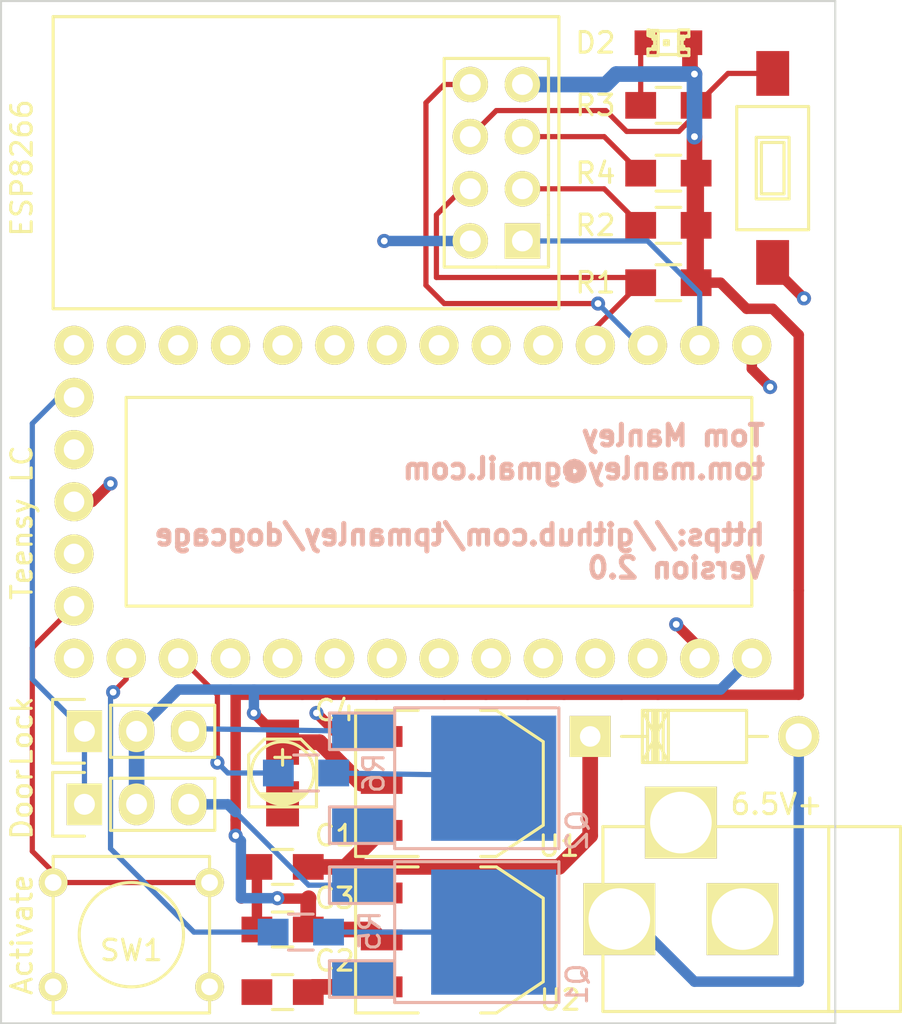
<source format=kicad_pcb>
(kicad_pcb (version 4) (host pcbnew "(2015-05-10 BZR 5649)-product")

  (general
    (links 49)
    (no_connects 15)
    (area 155.19281 124.351 201.577621 175.310001)
    (thickness 1.6)
    (drawings 5)
    (tracks 154)
    (zones 0)
    (modules 23)
    (nets 21)
  )

  (page USLedger)
  (title_block
    (title "Dog Cage")
    (rev A)
    (company "Thomas Manley")
  )

  (layers
    (0 F.Cu signal)
    (31 B.Cu signal)
    (36 B.SilkS user)
    (37 F.SilkS user)
    (38 B.Mask user)
    (39 F.Mask user)
    (44 Edge.Cuts user)
  )

  (setup
    (last_trace_width 0.508)
    (user_trace_width 0.254)
    (user_trace_width 0.508)
    (trace_clearance 0.2)
    (zone_clearance 0.508)
    (zone_45_only no)
    (trace_min 0.1524)
    (segment_width 0.2)
    (edge_width 0.1)
    (via_size 0.6858)
    (via_drill 0.3302)
    (via_min_size 0.6858)
    (via_min_drill 0.3302)
    (uvia_size 0.508)
    (uvia_drill 0.127)
    (uvias_allowed no)
    (uvia_min_size 0.508)
    (uvia_min_drill 0.127)
    (pcb_text_width 0.3)
    (pcb_text_size 1.5 1.5)
    (mod_edge_width 0.15)
    (mod_text_size 1 1)
    (mod_text_width 0.15)
    (pad_size 6.096 6.096)
    (pad_drill 0)
    (pad_to_mask_clearance 0)
    (aux_axis_origin 0 0)
    (visible_elements FFFF7B3F)
    (pcbplotparams
      (layerselection 0x010f0_80000001)
      (usegerberextensions true)
      (excludeedgelayer true)
      (linewidth 0.100000)
      (plotframeref false)
      (viasonmask false)
      (mode 1)
      (useauxorigin false)
      (hpglpennumber 1)
      (hpglpenspeed 20)
      (hpglpendiameter 15)
      (hpglpenoverlay 2)
      (psnegative false)
      (psa4output false)
      (plotreference true)
      (plotvalue true)
      (plotinvisibletext false)
      (padsonsilk false)
      (subtractmaskfromsilk false)
      (outputformat 1)
      (mirror false)
      (drillshape 0)
      (scaleselection 1)
      (outputdirectory gerbers/))
  )

  (net 0 "")
  (net 1 +5V)
  (net 2 GND)
  (net 3 +3V3)
  (net 4 "Net-(CON1-Pad1)")
  (net 5 "Net-(P2-Pad3)")
  (net 6 VCC)
  (net 7 "Net-(D2-Pad1)")
  (net 8 /D175V)
  (net 9 "Net-(P1-Pad3)")
  (net 10 /D2)
  (net 11 "Net-(R2-Pad2)")
  (net 12 "Net-(R3-Pad2)")
  (net 13 "Net-(R4-Pad2)")
  (net 14 /RX1)
  (net 15 /TX1)
  (net 16 "Net-(Q1-Pad2)")
  (net 17 "Net-(Q2-Pad2)")
  (net 18 /D14)
  (net 19 /D15)
  (net 20 "Net-(SW1-Pad2)")

  (net_class Default "This is the default net class."
    (clearance 0.2)
    (trace_width 0.254)
    (via_dia 0.6858)
    (via_drill 0.3302)
    (uvia_dia 0.508)
    (uvia_drill 0.127)
    (add_net +3V3)
    (add_net +5V)
    (add_net /D14)
    (add_net /D15)
    (add_net /D175V)
    (add_net /D2)
    (add_net /RX1)
    (add_net /TX1)
    (add_net GND)
    (add_net "Net-(CON1-Pad1)")
    (add_net "Net-(D2-Pad1)")
    (add_net "Net-(P1-Pad3)")
    (add_net "Net-(P2-Pad3)")
    (add_net "Net-(Q1-Pad2)")
    (add_net "Net-(Q2-Pad2)")
    (add_net "Net-(R2-Pad2)")
    (add_net "Net-(R3-Pad2)")
    (add_net "Net-(R4-Pad2)")
    (add_net "Net-(SW1-Pad2)")
    (add_net VCC)
  )

  (net_class Power ""
    (clearance 0.2)
    (trace_width 0.508)
    (via_dia 0.6858)
    (via_drill 0.3302)
    (uvia_dia 0.508)
    (uvia_drill 0.127)
  )

  (module Pin_Headers:Pin_Header_Straight_1x03 (layer F.Cu) (tedit 55B44C1A) (tstamp 5558E611)
    (at 161.544 161.036 90)
    (descr "Through hole pin header")
    (tags "pin header")
    (path /559DEAB0)
    (fp_text reference P2 (at 0 -5.1 90) (layer F.SilkS) hide
      (effects (font (size 1 1) (thickness 0.15)))
    )
    (fp_text value Lock (at 0 -3.048 90) (layer F.SilkS)
      (effects (font (size 1 1) (thickness 0.15)))
    )
    (fp_line (start -1.75 -1.75) (end -1.75 6.85) (layer F.CrtYd) (width 0.05))
    (fp_line (start 1.75 -1.75) (end 1.75 6.85) (layer F.CrtYd) (width 0.05))
    (fp_line (start -1.75 -1.75) (end 1.75 -1.75) (layer F.CrtYd) (width 0.05))
    (fp_line (start -1.75 6.85) (end 1.75 6.85) (layer F.CrtYd) (width 0.05))
    (fp_line (start -1.27 1.27) (end -1.27 6.35) (layer F.SilkS) (width 0.15))
    (fp_line (start -1.27 6.35) (end 1.27 6.35) (layer F.SilkS) (width 0.15))
    (fp_line (start 1.27 6.35) (end 1.27 1.27) (layer F.SilkS) (width 0.15))
    (fp_line (start 1.55 -1.55) (end 1.55 0) (layer F.SilkS) (width 0.15))
    (fp_line (start 1.27 1.27) (end -1.27 1.27) (layer F.SilkS) (width 0.15))
    (fp_line (start -1.55 0) (end -1.55 -1.55) (layer F.SilkS) (width 0.15))
    (fp_line (start -1.55 -1.55) (end 1.55 -1.55) (layer F.SilkS) (width 0.15))
    (pad 1 thru_hole rect (at 0 0 90) (size 2.032 1.7272) (drill 1.016) (layers *.Cu *.Mask F.SilkS)
      (net 8 /D175V))
    (pad 2 thru_hole oval (at 0 2.54 90) (size 2.032 1.7272) (drill 1.016) (layers *.Cu *.Mask F.SilkS)
      (net 1 +5V))
    (pad 3 thru_hole oval (at 0 5.08 90) (size 2.032 1.7272) (drill 1.016) (layers *.Cu *.Mask F.SilkS)
      (net 5 "Net-(P2-Pad3)"))
    (model Pin_Headers.3dshapes/Pin_Header_Straight_1x03.wrl
      (at (xyz 0 -0.1 0))
      (scale (xyz 1 1 1))
      (rotate (xyz 0 0 90))
    )
  )

  (module SMD_Packages:SOT-223 (layer F.Cu) (tedit 55B446C2) (tstamp 5558E6CB)
    (at 179.324 163.576 270)
    (descr "module CMS SOT223 4 pins")
    (tags "CMS SOT")
    (path /55A1671F)
    (attr smd)
    (fp_text reference U1 (at 3.048 -5.334 360) (layer F.SilkS)
      (effects (font (size 1 1) (thickness 0.15)))
    )
    (fp_text value LD1117S50TR (at 0 0.762 270) (layer F.Fab) hide
      (effects (font (size 1 1) (thickness 0.15)))
    )
    (fp_line (start -3.556 1.524) (end -3.556 4.572) (layer F.SilkS) (width 0.15))
    (fp_line (start -3.556 4.572) (end 3.556 4.572) (layer F.SilkS) (width 0.15))
    (fp_line (start 3.556 4.572) (end 3.556 1.524) (layer F.SilkS) (width 0.15))
    (fp_line (start -3.556 -1.524) (end -3.556 -2.286) (layer F.SilkS) (width 0.15))
    (fp_line (start -3.556 -2.286) (end -2.032 -4.572) (layer F.SilkS) (width 0.15))
    (fp_line (start -2.032 -4.572) (end 2.032 -4.572) (layer F.SilkS) (width 0.15))
    (fp_line (start 2.032 -4.572) (end 3.556 -2.286) (layer F.SilkS) (width 0.15))
    (fp_line (start 3.556 -2.286) (end 3.556 -1.524) (layer F.SilkS) (width 0.15))
    (pad 4 smd rect (at 0 -3.302 270) (size 3.6576 2.032) (layers F.Cu F.Mask))
    (pad 2 smd rect (at 0 3.302 270) (size 1.016 2.032) (layers F.Cu F.Mask)
      (net 1 +5V))
    (pad 3 smd rect (at 2.286 3.302 270) (size 1.016 2.032) (layers F.Cu F.Mask)
      (net 6 VCC))
    (pad 1 smd rect (at -2.286 3.302 270) (size 1.016 2.032) (layers F.Cu F.Mask)
      (net 2 GND))
    (model SMD_Packages.3dshapes/SOT-223.wrl
      (at (xyz 0 0 0))
      (scale (xyz 0.4 0.4 0.4))
      (rotate (xyz 0 0 0))
    )
  )

  (module Capacitors_SMD:C_0805_HandSoldering (layer F.Cu) (tedit 55B44BAC) (tstamp 55AB1F9C)
    (at 171.196 167.64 180)
    (descr "Capacitor SMD 0805, hand soldering")
    (tags "capacitor 0805")
    (path /55AB32EC)
    (attr smd)
    (fp_text reference C1 (at -2.54 1.524 180) (layer F.SilkS)
      (effects (font (size 1 1) (thickness 0.15)))
    )
    (fp_text value .1uF (at 0.0635 0 180) (layer F.SilkS) hide
      (effects (font (size 1 1) (thickness 0.15)))
    )
    (fp_line (start -2.3 -1) (end 2.3 -1) (layer F.CrtYd) (width 0.05))
    (fp_line (start -2.3 1) (end 2.3 1) (layer F.CrtYd) (width 0.05))
    (fp_line (start -2.3 -1) (end -2.3 1) (layer F.CrtYd) (width 0.05))
    (fp_line (start 2.3 -1) (end 2.3 1) (layer F.CrtYd) (width 0.05))
    (fp_line (start 0.5 -0.85) (end -0.5 -0.85) (layer F.SilkS) (width 0.15))
    (fp_line (start -0.5 0.85) (end 0.5 0.85) (layer F.SilkS) (width 0.15))
    (pad 1 smd rect (at -1.25 0 180) (size 1.5 1.25) (layers F.Cu F.Mask)
      (net 6 VCC))
    (pad 2 smd rect (at 1.25 0 180) (size 1.5 1.25) (layers F.Cu F.Mask)
      (net 2 GND))
    (model Capacitors_SMD.3dshapes/C_0805_HandSoldering.wrl
      (at (xyz 0 0 0))
      (scale (xyz 1 1 1))
      (rotate (xyz 0 0 0))
    )
  )

  (module Capacitors_SMD:C_0805_HandSoldering (layer F.Cu) (tedit 55B44B9F) (tstamp 55AB1FA1)
    (at 171.196 173.736 180)
    (descr "Capacitor SMD 0805, hand soldering")
    (tags "capacitor 0805")
    (path /55AB35B2)
    (attr smd)
    (fp_text reference C2 (at -2.54 1.524 180) (layer F.SilkS)
      (effects (font (size 1 1) (thickness 0.15)))
    )
    (fp_text value 10uF (at 0 0 180) (layer F.SilkS) hide
      (effects (font (size 1 1) (thickness 0.15)))
    )
    (fp_line (start -2.3 -1) (end 2.3 -1) (layer F.CrtYd) (width 0.05))
    (fp_line (start -2.3 1) (end 2.3 1) (layer F.CrtYd) (width 0.05))
    (fp_line (start -2.3 -1) (end -2.3 1) (layer F.CrtYd) (width 0.05))
    (fp_line (start 2.3 -1) (end 2.3 1) (layer F.CrtYd) (width 0.05))
    (fp_line (start 0.5 -0.85) (end -0.5 -0.85) (layer F.SilkS) (width 0.15))
    (fp_line (start -0.5 0.85) (end 0.5 0.85) (layer F.SilkS) (width 0.15))
    (pad 1 smd rect (at -1.25 0 180) (size 1.5 1.25) (layers F.Cu F.Mask)
      (net 1 +5V))
    (pad 2 smd rect (at 1.25 0 180) (size 1.5 1.25) (layers F.Cu F.Mask)
      (net 2 GND))
    (model Capacitors_SMD.3dshapes/C_0805_HandSoldering.wrl
      (at (xyz 0 0 0))
      (scale (xyz 1 1 1))
      (rotate (xyz 0 0 0))
    )
  )

  (module Capacitors_SMD:C_0805_HandSoldering (layer F.Cu) (tedit 55B44B90) (tstamp 55AB1FAB)
    (at 171.196 170.688 180)
    (descr "Capacitor SMD 0805, hand soldering")
    (tags "capacitor 0805")
    (path /55AB367C)
    (attr smd)
    (fp_text reference C3 (at -2.54 1.524 180) (layer F.SilkS)
      (effects (font (size 1 1) (thickness 0.15)))
    )
    (fp_text value 10uF (at 0.0635 0 180) (layer F.SilkS) hide
      (effects (font (size 1 1) (thickness 0.15)))
    )
    (fp_line (start -2.3 -1) (end 2.3 -1) (layer F.CrtYd) (width 0.05))
    (fp_line (start -2.3 1) (end 2.3 1) (layer F.CrtYd) (width 0.05))
    (fp_line (start -2.3 -1) (end -2.3 1) (layer F.CrtYd) (width 0.05))
    (fp_line (start 2.3 -1) (end 2.3 1) (layer F.CrtYd) (width 0.05))
    (fp_line (start 0.5 -0.85) (end -0.5 -0.85) (layer F.SilkS) (width 0.15))
    (fp_line (start -0.5 0.85) (end 0.5 0.85) (layer F.SilkS) (width 0.15))
    (pad 1 smd rect (at -1.25 0 180) (size 1.5 1.25) (layers F.Cu F.Mask)
      (net 3 +3V3))
    (pad 2 smd rect (at 1.25 0 180) (size 1.5 1.25) (layers F.Cu F.Mask)
      (net 2 GND))
    (model Capacitors_SMD.3dshapes/C_0805_HandSoldering.wrl
      (at (xyz 0 0 0))
      (scale (xyz 1 1 1))
      (rotate (xyz 0 0 0))
    )
  )

  (module Diodes_ThroughHole:Diode_DO-41_SOD81_Horizontal_RM10 (layer F.Cu) (tedit 55B43D24) (tstamp 55AB1FB2)
    (at 186.182 161.29)
    (descr "Diode, DO-41, SOD81, Horizontal, RM 10mm,")
    (tags "Diode, DO-41, SOD81, Horizontal, RM 10mm, 1N4007, SB140,")
    (path /5541A2D5)
    (fp_text reference D1 (at 5.38734 2.53746) (layer F.SilkS) hide
      (effects (font (size 1 1) (thickness 0.15)))
    )
    (fp_text value 1N4001 (at 4.37134 -3.55854) (layer F.Fab)
      (effects (font (size 1 1) (thickness 0.15)))
    )
    (fp_line (start 7.62 -0.00254) (end 8.636 -0.00254) (layer F.SilkS) (width 0.15))
    (fp_line (start 2.794 -0.00254) (end 1.524 -0.00254) (layer F.SilkS) (width 0.15))
    (fp_line (start 3.048 -1.27254) (end 3.048 1.26746) (layer F.SilkS) (width 0.15))
    (fp_line (start 3.302 -1.27254) (end 3.302 1.26746) (layer F.SilkS) (width 0.15))
    (fp_line (start 3.556 -1.27254) (end 3.556 1.26746) (layer F.SilkS) (width 0.15))
    (fp_line (start 2.794 -1.27254) (end 2.794 1.26746) (layer F.SilkS) (width 0.15))
    (fp_line (start 3.81 -1.27254) (end 2.54 1.26746) (layer F.SilkS) (width 0.15))
    (fp_line (start 2.54 -1.27254) (end 3.81 1.26746) (layer F.SilkS) (width 0.15))
    (fp_line (start 3.81 -1.27254) (end 3.81 1.26746) (layer F.SilkS) (width 0.15))
    (fp_line (start 3.175 -1.27254) (end 3.175 1.26746) (layer F.SilkS) (width 0.15))
    (fp_line (start 2.54 1.26746) (end 2.54 -1.27254) (layer F.SilkS) (width 0.15))
    (fp_line (start 2.54 -1.27254) (end 7.62 -1.27254) (layer F.SilkS) (width 0.15))
    (fp_line (start 7.62 -1.27254) (end 7.62 1.26746) (layer F.SilkS) (width 0.15))
    (fp_line (start 7.62 1.26746) (end 2.54 1.26746) (layer F.SilkS) (width 0.15))
    (pad 2 thru_hole circle (at 10.16 -0.00254 180) (size 1.99898 1.99898) (drill 1.27) (layers *.Cu *.Mask F.SilkS)
      (net 4 "Net-(CON1-Pad1)"))
    (pad 1 thru_hole rect (at 0 -0.00254 180) (size 1.99898 1.99898) (drill 1.00076) (layers *.Cu *.Mask F.SilkS)
      (net 6 VCC))
  )

  (module LEDs:LED-0805 (layer F.Cu) (tedit 55B44ACB) (tstamp 55AB1FB7)
    (at 189.992 127.508)
    (descr "LED 0805 smd package")
    (tags "LED 0805 SMD")
    (path /553D18EC)
    (attr smd)
    (fp_text reference D2 (at -3.556 0) (layer F.SilkS)
      (effects (font (size 1 1) (thickness 0.15)))
    )
    (fp_text value "Assoc LED" (at 0 -2.032) (layer F.Fab) hide
      (effects (font (size 1 1) (thickness 0.15)))
    )
    (fp_line (start -0.49784 0.29972) (end -0.49784 0.62484) (layer F.SilkS) (width 0.15))
    (fp_line (start -0.49784 0.62484) (end -0.99822 0.62484) (layer F.SilkS) (width 0.15))
    (fp_line (start -0.99822 0.29972) (end -0.99822 0.62484) (layer F.SilkS) (width 0.15))
    (fp_line (start -0.49784 0.29972) (end -0.99822 0.29972) (layer F.SilkS) (width 0.15))
    (fp_line (start -0.49784 -0.32258) (end -0.49784 -0.17272) (layer F.SilkS) (width 0.15))
    (fp_line (start -0.49784 -0.17272) (end -0.7493 -0.17272) (layer F.SilkS) (width 0.15))
    (fp_line (start -0.7493 -0.32258) (end -0.7493 -0.17272) (layer F.SilkS) (width 0.15))
    (fp_line (start -0.49784 -0.32258) (end -0.7493 -0.32258) (layer F.SilkS) (width 0.15))
    (fp_line (start -0.49784 0.17272) (end -0.49784 0.32258) (layer F.SilkS) (width 0.15))
    (fp_line (start -0.49784 0.32258) (end -0.7493 0.32258) (layer F.SilkS) (width 0.15))
    (fp_line (start -0.7493 0.17272) (end -0.7493 0.32258) (layer F.SilkS) (width 0.15))
    (fp_line (start -0.49784 0.17272) (end -0.7493 0.17272) (layer F.SilkS) (width 0.15))
    (fp_line (start -0.49784 -0.19812) (end -0.49784 0.19812) (layer F.SilkS) (width 0.15))
    (fp_line (start -0.49784 0.19812) (end -0.6731 0.19812) (layer F.SilkS) (width 0.15))
    (fp_line (start -0.6731 -0.19812) (end -0.6731 0.19812) (layer F.SilkS) (width 0.15))
    (fp_line (start -0.49784 -0.19812) (end -0.6731 -0.19812) (layer F.SilkS) (width 0.15))
    (fp_line (start 0.99822 0.29972) (end 0.99822 0.62484) (layer F.SilkS) (width 0.15))
    (fp_line (start 0.99822 0.62484) (end 0.49784 0.62484) (layer F.SilkS) (width 0.15))
    (fp_line (start 0.49784 0.29972) (end 0.49784 0.62484) (layer F.SilkS) (width 0.15))
    (fp_line (start 0.99822 0.29972) (end 0.49784 0.29972) (layer F.SilkS) (width 0.15))
    (fp_line (start 0.99822 -0.62484) (end 0.99822 -0.29972) (layer F.SilkS) (width 0.15))
    (fp_line (start 0.99822 -0.29972) (end 0.49784 -0.29972) (layer F.SilkS) (width 0.15))
    (fp_line (start 0.49784 -0.62484) (end 0.49784 -0.29972) (layer F.SilkS) (width 0.15))
    (fp_line (start 0.99822 -0.62484) (end 0.49784 -0.62484) (layer F.SilkS) (width 0.15))
    (fp_line (start 0.7493 0.17272) (end 0.7493 0.32258) (layer F.SilkS) (width 0.15))
    (fp_line (start 0.7493 0.32258) (end 0.49784 0.32258) (layer F.SilkS) (width 0.15))
    (fp_line (start 0.49784 0.17272) (end 0.49784 0.32258) (layer F.SilkS) (width 0.15))
    (fp_line (start 0.7493 0.17272) (end 0.49784 0.17272) (layer F.SilkS) (width 0.15))
    (fp_line (start 0.7493 -0.32258) (end 0.7493 -0.17272) (layer F.SilkS) (width 0.15))
    (fp_line (start 0.7493 -0.17272) (end 0.49784 -0.17272) (layer F.SilkS) (width 0.15))
    (fp_line (start 0.49784 -0.32258) (end 0.49784 -0.17272) (layer F.SilkS) (width 0.15))
    (fp_line (start 0.7493 -0.32258) (end 0.49784 -0.32258) (layer F.SilkS) (width 0.15))
    (fp_line (start 0.6731 -0.19812) (end 0.6731 0.19812) (layer F.SilkS) (width 0.15))
    (fp_line (start 0.6731 0.19812) (end 0.49784 0.19812) (layer F.SilkS) (width 0.15))
    (fp_line (start 0.49784 -0.19812) (end 0.49784 0.19812) (layer F.SilkS) (width 0.15))
    (fp_line (start 0.6731 -0.19812) (end 0.49784 -0.19812) (layer F.SilkS) (width 0.15))
    (fp_line (start 0 -0.09906) (end 0 0.09906) (layer F.SilkS) (width 0.15))
    (fp_line (start 0 0.09906) (end -0.19812 0.09906) (layer F.SilkS) (width 0.15))
    (fp_line (start -0.19812 -0.09906) (end -0.19812 0.09906) (layer F.SilkS) (width 0.15))
    (fp_line (start 0 -0.09906) (end -0.19812 -0.09906) (layer F.SilkS) (width 0.15))
    (fp_line (start -0.49784 -0.59944) (end -0.49784 -0.29972) (layer F.SilkS) (width 0.15))
    (fp_line (start -0.49784 -0.29972) (end -0.79756 -0.29972) (layer F.SilkS) (width 0.15))
    (fp_line (start -0.79756 -0.59944) (end -0.79756 -0.29972) (layer F.SilkS) (width 0.15))
    (fp_line (start -0.49784 -0.59944) (end -0.79756 -0.59944) (layer F.SilkS) (width 0.15))
    (fp_line (start -0.92456 -0.62484) (end -0.92456 -0.39878) (layer F.SilkS) (width 0.15))
    (fp_line (start -0.92456 -0.39878) (end -0.99822 -0.39878) (layer F.SilkS) (width 0.15))
    (fp_line (start -0.99822 -0.62484) (end -0.99822 -0.39878) (layer F.SilkS) (width 0.15))
    (fp_line (start -0.92456 -0.62484) (end -0.99822 -0.62484) (layer F.SilkS) (width 0.15))
    (fp_line (start -0.52324 0.57404) (end 0.52324 0.57404) (layer F.SilkS) (width 0.15))
    (fp_line (start 0.49784 -0.57404) (end -0.92456 -0.57404) (layer F.SilkS) (width 0.15))
    (fp_circle (center -0.84836 -0.44958) (end -0.89916 -0.50038) (layer F.SilkS) (width 0.15))
    (fp_arc (start -0.99822 0) (end -0.99822 0.34798) (angle -180) (layer F.SilkS) (width 0.15))
    (fp_arc (start 0.99822 0) (end 0.99822 -0.34798) (angle -180) (layer F.SilkS) (width 0.15))
    (pad 2 smd rect (at 1.04902 0 180) (size 1.19888 1.19888) (layers F.Cu F.Mask)
      (net 3 +3V3))
    (pad 1 smd rect (at -1.04902 0 180) (size 1.19888 1.19888) (layers F.Cu F.Mask)
      (net 7 "Net-(D2-Pad1)"))
  )

  (module Pin_Headers:Pin_Header_Straight_1x03 (layer F.Cu) (tedit 55B44C18) (tstamp 55AB1FBC)
    (at 161.544 164.592 90)
    (descr "Through hole pin header")
    (tags "pin header")
    (path /553C4577)
    (fp_text reference P1 (at 0.0635 -2.667 90) (layer F.SilkS) hide
      (effects (font (size 1 1) (thickness 0.15)))
    )
    (fp_text value Door (at 0 -3.048 270) (layer F.SilkS)
      (effects (font (size 1 1) (thickness 0.15)))
    )
    (fp_line (start -1.75 -1.75) (end -1.75 6.85) (layer F.CrtYd) (width 0.05))
    (fp_line (start 1.75 -1.75) (end 1.75 6.85) (layer F.CrtYd) (width 0.05))
    (fp_line (start -1.75 -1.75) (end 1.75 -1.75) (layer F.CrtYd) (width 0.05))
    (fp_line (start -1.75 6.85) (end 1.75 6.85) (layer F.CrtYd) (width 0.05))
    (fp_line (start -1.27 1.27) (end -1.27 6.35) (layer F.SilkS) (width 0.15))
    (fp_line (start -1.27 6.35) (end 1.27 6.35) (layer F.SilkS) (width 0.15))
    (fp_line (start 1.27 6.35) (end 1.27 1.27) (layer F.SilkS) (width 0.15))
    (fp_line (start 1.55 -1.55) (end 1.55 0) (layer F.SilkS) (width 0.15))
    (fp_line (start 1.27 1.27) (end -1.27 1.27) (layer F.SilkS) (width 0.15))
    (fp_line (start -1.55 0) (end -1.55 -1.55) (layer F.SilkS) (width 0.15))
    (fp_line (start -1.55 -1.55) (end 1.55 -1.55) (layer F.SilkS) (width 0.15))
    (pad 1 thru_hole rect (at 0 0 90) (size 2.032 1.7272) (drill 1.016) (layers *.Cu *.Mask F.SilkS)
      (net 8 /D175V))
    (pad 2 thru_hole oval (at 0 2.54 90) (size 2.032 1.7272) (drill 1.016) (layers *.Cu *.Mask F.SilkS)
      (net 1 +5V))
    (pad 3 thru_hole oval (at 0 5.08 90) (size 2.032 1.7272) (drill 1.016) (layers *.Cu *.Mask F.SilkS)
      (net 9 "Net-(P1-Pad3)"))
    (model Pin_Headers.3dshapes/Pin_Header_Straight_1x03.wrl
      (at (xyz 0 -0.1 0))
      (scale (xyz 1 1 1))
      (rotate (xyz 0 0 90))
    )
  )

  (module Resistors_SMD:R_0805_HandSoldering (layer F.Cu) (tedit 55B44ADA) (tstamp 55AB1FC9)
    (at 189.992 139.192 180)
    (descr "Resistor SMD 0805, hand soldering")
    (tags "resistor 0805")
    (path /55A89BD3)
    (attr smd)
    (fp_text reference R1 (at 3.556 0 180) (layer F.SilkS)
      (effects (font (size 1 1) (thickness 0.15)))
    )
    (fp_text value 10K (at 0 0.0635 180) (layer F.Fab) hide
      (effects (font (size 1 1) (thickness 0.15)))
    )
    (fp_line (start -2.4 -1) (end 2.4 -1) (layer F.CrtYd) (width 0.05))
    (fp_line (start -2.4 1) (end 2.4 1) (layer F.CrtYd) (width 0.05))
    (fp_line (start -2.4 -1) (end -2.4 1) (layer F.CrtYd) (width 0.05))
    (fp_line (start 2.4 -1) (end 2.4 1) (layer F.CrtYd) (width 0.05))
    (fp_line (start 0.6 0.875) (end -0.6 0.875) (layer F.SilkS) (width 0.15))
    (fp_line (start -0.6 -0.875) (end 0.6 -0.875) (layer F.SilkS) (width 0.15))
    (pad 1 smd rect (at -1.35 0 180) (size 1.5 1.3) (layers F.Cu F.Mask)
      (net 3 +3V3))
    (pad 2 smd rect (at 1.35 0 180) (size 1.5 1.3) (layers F.Cu F.Mask)
      (net 10 /D2))
    (model Resistors_SMD.3dshapes/R_0805_HandSoldering.wrl
      (at (xyz 0 0 0))
      (scale (xyz 1 1 1))
      (rotate (xyz 0 0 0))
    )
  )

  (module Resistors_SMD:R_0805_HandSoldering (layer F.Cu) (tedit 55B44D4C) (tstamp 55AB1FD3)
    (at 189.992 136.398 180)
    (descr "Resistor SMD 0805, hand soldering")
    (tags "resistor 0805")
    (path /55A8A080)
    (attr smd)
    (fp_text reference R2 (at 3.556 0 180) (layer F.SilkS)
      (effects (font (size 1 1) (thickness 0.15)))
    )
    (fp_text value 10K (at 0 2.1 180) (layer F.Fab) hide
      (effects (font (size 1 1) (thickness 0.15)))
    )
    (fp_line (start -2.4 -1) (end 2.4 -1) (layer F.CrtYd) (width 0.05))
    (fp_line (start -2.4 1) (end 2.4 1) (layer F.CrtYd) (width 0.05))
    (fp_line (start -2.4 -1) (end -2.4 1) (layer F.CrtYd) (width 0.05))
    (fp_line (start 2.4 -1) (end 2.4 1) (layer F.CrtYd) (width 0.05))
    (fp_line (start 0.6 0.875) (end -0.6 0.875) (layer F.SilkS) (width 0.15))
    (fp_line (start -0.6 -0.875) (end 0.6 -0.875) (layer F.SilkS) (width 0.15))
    (pad 1 smd rect (at -1.35 0 180) (size 1.5 1.3) (layers F.Cu F.Mask)
      (net 3 +3V3))
    (pad 2 smd rect (at 1.35 0 180) (size 1.5 1.3) (layers F.Cu F.Mask)
      (net 11 "Net-(R2-Pad2)"))
    (model Resistors_SMD.3dshapes/R_0805_HandSoldering.wrl
      (at (xyz 0 0 0))
      (scale (xyz 1 1 1))
      (rotate (xyz 0 0 0))
    )
  )

  (module Resistors_SMD:R_0805_HandSoldering (layer F.Cu) (tedit 55B44AD2) (tstamp 55AB1FD9)
    (at 189.992 130.556)
    (descr "Resistor SMD 0805, hand soldering")
    (tags "resistor 0805")
    (path /553D19C7)
    (attr smd)
    (fp_text reference R3 (at -3.556 0) (layer F.SilkS)
      (effects (font (size 1 1) (thickness 0.15)))
    )
    (fp_text value 330 (at 0 0) (layer F.Fab) hide
      (effects (font (size 1 1) (thickness 0.15)))
    )
    (fp_line (start -2.4 -1) (end 2.4 -1) (layer F.CrtYd) (width 0.05))
    (fp_line (start -2.4 1) (end 2.4 1) (layer F.CrtYd) (width 0.05))
    (fp_line (start -2.4 -1) (end -2.4 1) (layer F.CrtYd) (width 0.05))
    (fp_line (start 2.4 -1) (end 2.4 1) (layer F.CrtYd) (width 0.05))
    (fp_line (start 0.6 0.875) (end -0.6 0.875) (layer F.SilkS) (width 0.15))
    (fp_line (start -0.6 -0.875) (end 0.6 -0.875) (layer F.SilkS) (width 0.15))
    (pad 1 smd rect (at -1.35 0) (size 1.5 1.3) (layers F.Cu F.Mask)
      (net 7 "Net-(D2-Pad1)"))
    (pad 2 smd rect (at 1.35 0) (size 1.5 1.3) (layers F.Cu F.Mask)
      (net 12 "Net-(R3-Pad2)"))
    (model Resistors_SMD.3dshapes/R_0805_HandSoldering.wrl
      (at (xyz 0 0 0))
      (scale (xyz 1 1 1))
      (rotate (xyz 0 0 0))
    )
  )

  (module Resistors_SMD:R_0805_HandSoldering (layer F.Cu) (tedit 55B44D49) (tstamp 55AB1FDF)
    (at 189.992 133.858 180)
    (descr "Resistor SMD 0805, hand soldering")
    (tags "resistor 0805")
    (path /55A8A022)
    (attr smd)
    (fp_text reference R4 (at 3.556 0 180) (layer F.SilkS)
      (effects (font (size 1 1) (thickness 0.15)))
    )
    (fp_text value 10K (at 0.0635 0 180) (layer F.Fab) hide
      (effects (font (size 1 1) (thickness 0.15)))
    )
    (fp_line (start -2.4 -1) (end 2.4 -1) (layer F.CrtYd) (width 0.05))
    (fp_line (start -2.4 1) (end 2.4 1) (layer F.CrtYd) (width 0.05))
    (fp_line (start -2.4 -1) (end -2.4 1) (layer F.CrtYd) (width 0.05))
    (fp_line (start 2.4 -1) (end 2.4 1) (layer F.CrtYd) (width 0.05))
    (fp_line (start 0.6 0.875) (end -0.6 0.875) (layer F.SilkS) (width 0.15))
    (fp_line (start -0.6 -0.875) (end 0.6 -0.875) (layer F.SilkS) (width 0.15))
    (pad 1 smd rect (at -1.35 0 180) (size 1.5 1.3) (layers F.Cu F.Mask)
      (net 3 +3V3))
    (pad 2 smd rect (at 1.35 0 180) (size 1.5 1.3) (layers F.Cu F.Mask)
      (net 13 "Net-(R4-Pad2)"))
    (model Resistors_SMD.3dshapes/R_0805_HandSoldering.wrl
      (at (xyz 0 0 0))
      (scale (xyz 1 1 1))
      (rotate (xyz 0 0 0))
    )
  )

  (module Resistors_SMD:R_0805_HandSoldering (layer B.Cu) (tedit 55B44E13) (tstamp 55AB1FE5)
    (at 172.085 170.815)
    (descr "Resistor SMD 0805, hand soldering")
    (tags "resistor 0805")
    (path /558214B8)
    (attr smd)
    (fp_text reference R5 (at 3.3655 -0.0635 270) (layer B.SilkS)
      (effects (font (size 1 1) (thickness 0.15)) (justify mirror))
    )
    (fp_text value 470 (at 0 -2.1) (layer B.Fab) hide
      (effects (font (size 1 1) (thickness 0.15)) (justify mirror))
    )
    (fp_line (start -2.4 1) (end 2.4 1) (layer B.CrtYd) (width 0.05))
    (fp_line (start -2.4 -1) (end 2.4 -1) (layer B.CrtYd) (width 0.05))
    (fp_line (start -2.4 1) (end -2.4 -1) (layer B.CrtYd) (width 0.05))
    (fp_line (start 2.4 1) (end 2.4 -1) (layer B.CrtYd) (width 0.05))
    (fp_line (start 0.6 -0.875) (end -0.6 -0.875) (layer B.SilkS) (width 0.15))
    (fp_line (start -0.6 0.875) (end 0.6 0.875) (layer B.SilkS) (width 0.15))
    (pad 1 smd rect (at -1.35 0) (size 1.5 1.3) (layers B.Cu B.Mask)
      (net 18 /D14))
    (pad 2 smd rect (at 1.35 0) (size 1.5 1.3) (layers B.Cu B.Mask)
      (net 16 "Net-(Q1-Pad2)"))
    (model Resistors_SMD.3dshapes/R_0805_HandSoldering.wrl
      (at (xyz 0 0 0))
      (scale (xyz 1 1 1))
      (rotate (xyz 0 0 0))
    )
  )

  (module Resistors_SMD:R_0805_HandSoldering (layer B.Cu) (tedit 55B44E0F) (tstamp 55AB1FEB)
    (at 172.339 163.068)
    (descr "Resistor SMD 0805, hand soldering")
    (tags "resistor 0805")
    (path /559DEC4E)
    (attr smd)
    (fp_text reference R6 (at 3.302 0 90) (layer B.SilkS)
      (effects (font (size 1 1) (thickness 0.15)) (justify mirror))
    )
    (fp_text value 470 (at 0 -2.1) (layer B.Fab) hide
      (effects (font (size 1 1) (thickness 0.15)) (justify mirror))
    )
    (fp_line (start -2.4 1) (end 2.4 1) (layer B.CrtYd) (width 0.05))
    (fp_line (start -2.4 -1) (end 2.4 -1) (layer B.CrtYd) (width 0.05))
    (fp_line (start -2.4 1) (end -2.4 -1) (layer B.CrtYd) (width 0.05))
    (fp_line (start 2.4 1) (end 2.4 -1) (layer B.CrtYd) (width 0.05))
    (fp_line (start 0.6 -0.875) (end -0.6 -0.875) (layer B.SilkS) (width 0.15))
    (fp_line (start -0.6 0.875) (end 0.6 0.875) (layer B.SilkS) (width 0.15))
    (pad 1 smd rect (at -1.35 0) (size 1.5 1.3) (layers B.Cu B.Mask)
      (net 19 /D15))
    (pad 2 smd rect (at 1.35 0) (size 1.5 1.3) (layers B.Cu B.Mask)
      (net 17 "Net-(Q2-Pad2)"))
    (model Resistors_SMD.3dshapes/R_0805_HandSoldering.wrl
      (at (xyz 0 0 0))
      (scale (xyz 1 1 1))
      (rotate (xyz 0 0 0))
    )
  )

  (module SMD_Packages:SOT-223 (layer F.Cu) (tedit 55B446B5) (tstamp 55AB1FF4)
    (at 179.324 171.196 270)
    (descr "module CMS SOT223 4 pins")
    (tags "CMS SOT")
    (path /553C5246)
    (attr smd)
    (fp_text reference U2 (at 2.921 -5.3975 360) (layer F.SilkS)
      (effects (font (size 1 1) (thickness 0.15)))
    )
    (fp_text value LD1117S33TR (at 0 0.762 270) (layer F.SilkS) hide
      (effects (font (size 1 1) (thickness 0.15)))
    )
    (fp_line (start -3.556 1.524) (end -3.556 4.572) (layer F.SilkS) (width 0.15))
    (fp_line (start -3.556 4.572) (end 3.556 4.572) (layer F.SilkS) (width 0.15))
    (fp_line (start 3.556 4.572) (end 3.556 1.524) (layer F.SilkS) (width 0.15))
    (fp_line (start -3.556 -1.524) (end -3.556 -2.286) (layer F.SilkS) (width 0.15))
    (fp_line (start -3.556 -2.286) (end -2.032 -4.572) (layer F.SilkS) (width 0.15))
    (fp_line (start -2.032 -4.572) (end 2.032 -4.572) (layer F.SilkS) (width 0.15))
    (fp_line (start 2.032 -4.572) (end 3.556 -2.286) (layer F.SilkS) (width 0.15))
    (fp_line (start 3.556 -2.286) (end 3.556 -1.524) (layer F.SilkS) (width 0.15))
    (pad 4 smd rect (at 0 -3.302 270) (size 3.6576 2.032) (layers F.Cu F.Mask))
    (pad 2 smd rect (at 0 3.302 270) (size 1.016 2.032) (layers F.Cu F.Mask)
      (net 3 +3V3))
    (pad 3 smd rect (at 2.286 3.302 270) (size 1.016 2.032) (layers F.Cu F.Mask)
      (net 1 +5V))
    (pad 1 smd rect (at -2.286 3.302 270) (size 1.016 2.032) (layers F.Cu F.Mask)
      (net 2 GND))
    (model SMD_Packages.3dshapes/SOT-223.wrl
      (at (xyz 0 0 0))
      (scale (xyz 0.4 0.4 0.4))
      (rotate (xyz 0 0 0))
    )
  )

  (module ESP8266:ESP-01 (layer F.Cu) (tedit 55B44CF2) (tstamp 55AB27A0)
    (at 182.88 137.16 180)
    (descr "Module, ESP-8266, ESP-01, 8 pin")
    (tags "Module ESP-8266 ESP8266")
    (path /55A18EAE)
    (fp_text reference U4 (at 0.254 -4.572 180) (layer F.SilkS) hide
      (effects (font (size 1 1) (thickness 0.15)))
    )
    (fp_text value ESP8266 (at 24.384 3.556 270) (layer F.SilkS)
      (effects (font (size 1 1) (thickness 0.15)))
    )
    (fp_line (start -1.778 -3.302) (end 22.86 -3.302) (layer F.SilkS) (width 0.1524))
    (fp_line (start 22.86 -3.302) (end 22.86 10.922) (layer F.SilkS) (width 0.1524))
    (fp_line (start 22.86 10.922) (end -1.778 10.922) (layer F.SilkS) (width 0.1524))
    (fp_line (start -1.778 10.922) (end -1.778 -3.302) (layer F.SilkS) (width 0.1524))
    (fp_line (start 1.27 -1.27) (end -1.27 -1.27) (layer F.SilkS) (width 0.1524))
    (fp_line (start -1.27 -1.27) (end -1.27 1.27) (layer F.SilkS) (width 0.1524))
    (fp_line (start -1.75 -1.75) (end -1.75 9.4) (layer F.CrtYd) (width 0.05))
    (fp_line (start 4.3 -1.75) (end 4.3 9.4) (layer F.CrtYd) (width 0.05))
    (fp_line (start -1.75 -1.75) (end 4.3 -1.75) (layer F.CrtYd) (width 0.05))
    (fp_line (start -1.75 9.4) (end 4.3 9.4) (layer F.CrtYd) (width 0.05))
    (fp_line (start -1.27 1.27) (end -1.27 8.89) (layer F.SilkS) (width 0.1524))
    (fp_line (start -1.27 8.89) (end 3.81 8.89) (layer F.SilkS) (width 0.1524))
    (fp_line (start 3.81 8.89) (end 3.81 -1.27) (layer F.SilkS) (width 0.1524))
    (fp_line (start 3.81 -1.27) (end 1.27 -1.27) (layer F.SilkS) (width 0.1524))
    (pad 1 thru_hole rect (at 0 0 180) (size 1.7272 1.7272) (drill 1.016) (layers *.Cu *.Mask F.SilkS)
      (net 14 /RX1))
    (pad 2 thru_hole oval (at 2.54 0 180) (size 1.7272 1.7272) (drill 1.016) (layers *.Cu *.Mask F.SilkS)
      (net 2 GND))
    (pad 3 thru_hole oval (at 0 2.54 180) (size 1.7272 1.7272) (drill 1.016) (layers *.Cu *.Mask F.SilkS)
      (net 11 "Net-(R2-Pad2)"))
    (pad 4 thru_hole oval (at 2.54 2.54 180) (size 1.7272 1.7272) (drill 1.016) (layers *.Cu *.Mask F.SilkS)
      (net 10 /D2))
    (pad 5 thru_hole oval (at 0 5.08 180) (size 1.7272 1.7272) (drill 1.016) (layers *.Cu *.Mask F.SilkS)
      (net 13 "Net-(R4-Pad2)"))
    (pad 6 thru_hole oval (at 2.54 5.08 180) (size 1.7272 1.7272) (drill 1.016) (layers *.Cu *.Mask F.SilkS)
      (net 12 "Net-(R3-Pad2)"))
    (pad 7 thru_hole oval (at 0 7.62 180) (size 1.7272 1.7272) (drill 1.016) (layers *.Cu *.Mask F.SilkS)
      (net 3 +3V3))
    (pad 8 thru_hole oval (at 2.54 7.62 180) (size 1.7272 1.7272) (drill 1.016) (layers *.Cu *.Mask F.SilkS)
      (net 15 /TX1))
    (model Pin_Headers.3dshapes/Pin_Header_Straight_2x04.wrl
      (at (xyz 0.05 -0.15 0))
      (scale (xyz 1 1 1))
      (rotate (xyz 0 0 90))
    )
  )

  (module Capacitors_SMD:c_elec_3x5.3 (layer F.Cu) (tedit 55B44BB6) (tstamp 55AB2B89)
    (at 171.196 163.068 90)
    (descr "SMT capacitor, aluminium electrolytic, 3x5.3")
    (path /55A180AB)
    (fp_text reference C4 (at 3.048 2.54 180) (layer F.SilkS)
      (effects (font (size 1 1) (thickness 0.15)))
    )
    (fp_text value 100uF (at 0 2.159 90) (layer F.SilkS) hide
      (effects (font (size 1 1) (thickness 0.15)))
    )
    (fp_line (start -1.651 -1.651) (end -1.651 1.651) (layer F.SilkS) (width 0.15))
    (fp_line (start -1.651 1.651) (end 0.889 1.651) (layer F.SilkS) (width 0.15))
    (fp_line (start 0.889 1.651) (end 1.651 0.889) (layer F.SilkS) (width 0.15))
    (fp_line (start 1.651 0.889) (end 1.651 -0.889) (layer F.SilkS) (width 0.15))
    (fp_line (start 1.651 -0.889) (end 0.889 -1.651) (layer F.SilkS) (width 0.15))
    (fp_line (start 0.889 -1.651) (end -1.651 -1.651) (layer F.SilkS) (width 0.15))
    (fp_line (start -1.397 -0.508) (end -1.397 0.508) (layer F.SilkS) (width 0.15))
    (fp_line (start -1.27 -0.762) (end -1.27 0.762) (layer F.SilkS) (width 0.15))
    (fp_line (start -1.143 -1.016) (end -1.143 1.016) (layer F.SilkS) (width 0.15))
    (fp_line (start -1.016 -1.143) (end -1.016 1.143) (layer F.SilkS) (width 0.15))
    (fp_circle (center 0 0) (end 1.524 0) (layer F.SilkS) (width 0.15))
    (fp_line (start 1.143 0) (end 0.381 0) (layer F.SilkS) (width 0.15))
    (fp_line (start 0.762 -0.381) (end 0.762 0.381) (layer F.SilkS) (width 0.15))
    (pad 1 smd rect (at 1.50114 0 90) (size 2.19964 1.6002) (layers F.Cu F.Mask)
      (net 1 +5V))
    (pad 2 smd rect (at -1.50114 0 90) (size 2.19964 1.6002) (layers F.Cu F.Mask)
      (net 2 GND))
    (model Capacitors_SMD.3dshapes/c_elec_3x5.3.wrl
      (at (xyz 0 0 0))
      (scale (xyz 1 1 1))
      (rotate (xyz 0 0 0))
    )
  )

  (module SMD_Packages:DPAK-2 (layer B.Cu) (tedit 55BD94D5) (tstamp 55B3F01B)
    (at 175.133 170.815 90)
    (descr "MOS boitier DPACK G-D-S")
    (tags "CMD DPACK")
    (path /55B3E58A)
    (attr smd)
    (fp_text reference Q1 (at -2.54 10.414 90) (layer B.SilkS)
      (effects (font (size 1 1) (thickness 0.15)) (justify mirror))
    )
    (fp_text value Darl_NPN (at 0 2.413 90) (layer B.Fab) hide
      (effects (font (size 1 1) (thickness 0.15)) (justify mirror))
    )
    (fp_line (start 1.397 1.524) (end 1.397 -1.651) (layer B.SilkS) (width 0.15))
    (fp_line (start 1.397 -1.651) (end 3.175 -1.651) (layer B.SilkS) (width 0.15))
    (fp_line (start 3.175 -1.651) (end 3.175 1.524) (layer B.SilkS) (width 0.15))
    (fp_line (start -3.175 1.524) (end -3.175 -1.651) (layer B.SilkS) (width 0.15))
    (fp_line (start -3.175 -1.651) (end -1.397 -1.651) (layer B.SilkS) (width 0.15))
    (fp_line (start -1.397 -1.651) (end -1.397 1.524) (layer B.SilkS) (width 0.15))
    (fp_line (start 3.429 7.62) (end 3.429 1.524) (layer B.SilkS) (width 0.15))
    (fp_line (start 3.429 1.524) (end -3.429 1.524) (layer B.SilkS) (width 0.15))
    (fp_line (start -3.429 1.524) (end -3.429 9.398) (layer B.SilkS) (width 0.15))
    (fp_line (start -3.429 9.525) (end 3.429 9.525) (layer B.SilkS) (width 0.15))
    (fp_line (start 3.429 9.398) (end 3.429 7.62) (layer B.SilkS) (width 0.15))
    (pad 1 smd rect (at -2.286 0 90) (size 1.651 3.048) (layers B.Cu B.Mask)
      (net 2 GND))
    (pad 2 smd rect (at 0 6.35 90) (size 6.096 6.096) (layers B.Cu B.Mask)
      (net 16 "Net-(Q1-Pad2)"))
    (pad 3 smd rect (at 2.286 0 90) (size 1.651 3.048) (layers B.Cu B.Mask)
      (net 9 "Net-(P1-Pad3)"))
    (model SMD_Packages.3dshapes/DPAK-2.wrl
      (at (xyz 0 0 0))
      (scale (xyz 1 1 1))
      (rotate (xyz 0 0 0))
    )
  )

  (module SMD_Packages:DPAK-2 (layer B.Cu) (tedit 55BD94DD) (tstamp 55B3F021)
    (at 175.133 163.322 90)
    (descr "MOS boitier DPACK G-D-S")
    (tags "CMD DPACK")
    (path /55B3EB3C)
    (attr smd)
    (fp_text reference Q2 (at -2.54 10.414 90) (layer B.SilkS)
      (effects (font (size 1 1) (thickness 0.15)) (justify mirror))
    )
    (fp_text value Darl_NPN (at 0 2.413 90) (layer B.Fab) hide
      (effects (font (size 1 1) (thickness 0.15)) (justify mirror))
    )
    (fp_line (start 1.397 1.524) (end 1.397 -1.651) (layer B.SilkS) (width 0.15))
    (fp_line (start 1.397 -1.651) (end 3.175 -1.651) (layer B.SilkS) (width 0.15))
    (fp_line (start 3.175 -1.651) (end 3.175 1.524) (layer B.SilkS) (width 0.15))
    (fp_line (start -3.175 1.524) (end -3.175 -1.651) (layer B.SilkS) (width 0.15))
    (fp_line (start -3.175 -1.651) (end -1.397 -1.651) (layer B.SilkS) (width 0.15))
    (fp_line (start -1.397 -1.651) (end -1.397 1.524) (layer B.SilkS) (width 0.15))
    (fp_line (start 3.429 7.62) (end 3.429 1.524) (layer B.SilkS) (width 0.15))
    (fp_line (start 3.429 1.524) (end -3.429 1.524) (layer B.SilkS) (width 0.15))
    (fp_line (start -3.429 1.524) (end -3.429 9.398) (layer B.SilkS) (width 0.15))
    (fp_line (start -3.429 9.525) (end 3.429 9.525) (layer B.SilkS) (width 0.15))
    (fp_line (start 3.429 9.398) (end 3.429 7.62) (layer B.SilkS) (width 0.15))
    (pad 1 smd rect (at -2.286 0 90) (size 1.651 3.048) (layers B.Cu B.Mask)
      (net 2 GND))
    (pad 2 smd rect (at 0 6.35 90) (size 6.096 6.096) (layers B.Cu B.Mask)
      (net 17 "Net-(Q2-Pad2)"))
    (pad 3 smd rect (at 2.286 0 90) (size 1.651 3.048) (layers B.Cu B.Mask)
      (net 5 "Net-(P2-Pad3)"))
    (model SMD_Packages.3dshapes/DPAK-2.wrl
      (at (xyz 0 0 0))
      (scale (xyz 1 1 1))
      (rotate (xyz 0 0 0))
    )
  )

  (module Buttons_Switches_SMD:SW_SPST_FSMSM (layer F.Cu) (tedit 55B449BE) (tstamp 55B3F02C)
    (at 195.072 133.604 270)
    (descr http://www.te.com/commerce/DocumentDelivery/DDEController?Action=srchrtrv&DocNm=1437566-3&DocType=Customer+Drawing&DocLang=English)
    (tags "SPST button tactile switch")
    (path /55A19609)
    (attr smd)
    (fp_text reference SW2 (at 0.01011 -2.60022 270) (layer F.SilkS) hide
      (effects (font (size 1 1) (thickness 0.15)))
    )
    (fp_text value SW_PUSH (at 0.01011 -0.00022 270) (layer F.SilkS) hide
      (effects (font (size 1 1) (thickness 0.15)))
    )
    (fp_line (start -1.23989 -0.55022) (end 1.26011 -0.55022) (layer F.SilkS) (width 0.15))
    (fp_line (start 1.26011 -0.55022) (end 1.26011 0.54978) (layer F.SilkS) (width 0.15))
    (fp_line (start 1.26011 0.54978) (end -1.23989 0.54978) (layer F.SilkS) (width 0.15))
    (fp_line (start -1.23989 0.54978) (end -1.23989 -0.55022) (layer F.SilkS) (width 0.15))
    (fp_line (start -1.48989 0.79978) (end 1.51011 0.79978) (layer F.SilkS) (width 0.15))
    (fp_line (start -1.48989 -0.80022) (end 1.51011 -0.80022) (layer F.SilkS) (width 0.15))
    (fp_line (start 1.51011 -0.80022) (end 1.51011 0.79978) (layer F.SilkS) (width 0.15))
    (fp_line (start -1.48989 -0.80022) (end -1.48989 0.79978) (layer F.SilkS) (width 0.15))
    (fp_line (start -5.85 1.95) (end 5.9 1.95) (layer F.CrtYd) (width 0.05))
    (fp_line (start 5.9 -2) (end 5.9 1.95) (layer F.CrtYd) (width 0.05))
    (fp_line (start -2.98989 1.74978) (end 3.01011 1.74978) (layer F.SilkS) (width 0.15))
    (fp_line (start -2.98989 -1.75022) (end 3.01011 -1.75022) (layer F.SilkS) (width 0.15))
    (fp_line (start -2.98989 -1.75022) (end -2.98989 1.74978) (layer F.SilkS) (width 0.15))
    (fp_line (start 3.01011 -1.75022) (end 3.01011 1.74978) (layer F.SilkS) (width 0.15))
    (fp_line (start -5.85 -2) (end -5.85 1.95) (layer F.CrtYd) (width 0.05))
    (fp_line (start -5.85 -2) (end 5.9 -2) (layer F.CrtYd) (width 0.05))
    (pad 1 smd rect (at -4.60243 -0.00232 270) (size 2.18 1.6) (layers F.Cu F.Mask)
      (net 12 "Net-(R3-Pad2)"))
    (pad 2 smd rect (at 4.60243 0.00232 270) (size 2.18 1.6) (layers F.Cu F.Mask)
      (net 2 GND))
  )

  (module modules:BARREL_JACK-ROUND_TH (layer F.Cu) (tedit 55B43F7D) (tstamp 55B44170)
    (at 193.802 170.18 180)
    (descr "DC Barrel Jack")
    (tags "Power Jack")
    (path /553C403C)
    (fp_text reference CON1 (at 10.09904 0 270) (layer F.SilkS) hide
      (effects (font (size 1 1) (thickness 0.15)))
    )
    (fp_text value 6.5V+ (at -1.4605 5.588 180) (layer F.SilkS)
      (effects (font (size 1 1) (thickness 0.15)))
    )
    (fp_line (start -4.0005 -4.50088) (end -4.0005 4.50088) (layer F.SilkS) (width 0.15))
    (fp_line (start -7.50062 -4.50088) (end -7.50062 4.50088) (layer F.SilkS) (width 0.15))
    (fp_line (start -7.50062 4.50088) (end 7.00024 4.50088) (layer F.SilkS) (width 0.15))
    (fp_line (start 7.00024 4.50088) (end 7.00024 -4.50088) (layer F.SilkS) (width 0.15))
    (fp_line (start 7.00024 -4.50088) (end -7.50062 -4.50088) (layer F.SilkS) (width 0.15))
    (pad 1 thru_hole rect (at 6.20014 0 180) (size 3.50012 3.50012) (drill 2.99974) (layers *.Cu *.Mask F.SilkS)
      (net 4 "Net-(CON1-Pad1)"))
    (pad 2 thru_hole rect (at 0.20066 0 180) (size 3.50012 3.50012) (drill 2.99974) (layers *.Cu *.Mask F.SilkS)
      (net 2 GND))
    (pad 3 thru_hole rect (at 3.2004 4.699 180) (size 3.50012 3.50012) (drill 2.99974) (layers *.Cu *.Mask F.SilkS))
  )

  (module modules:Teensy-3.1 (layer F.Cu) (tedit 55B44CE9) (tstamp 55B44AFC)
    (at 191.516 142.24 180)
    (path /553C448F)
    (fp_text reference U3 (at -5.08 -7.62 270) (layer F.SilkS) hide
      (effects (font (size 1.5 1.5) (thickness 0.15)))
    )
    (fp_text value "Teensy LC" (at 33.02 -8.636 270) (layer F.SilkS)
      (effects (font (size 1 1) (thickness 0.15)))
    )
    (fp_line (start -2.54 -12.7) (end 27.94 -12.7) (layer F.SilkS) (width 0.15))
    (fp_line (start 27.94 -12.7) (end 27.94 -2.54) (layer F.SilkS) (width 0.15))
    (fp_line (start 27.94 -2.54) (end -2.54 -2.54) (layer F.SilkS) (width 0.15))
    (fp_line (start -2.54 -2.54) (end -2.54 -12.7) (layer F.SilkS) (width 0.15))
    (pad 19 thru_hole circle (at 30.48 -12.7 180) (size 1.9 1.9) (drill 1) (layers *.Cu *.Mask F.SilkS)
      (net 20 "Net-(SW1-Pad2)"))
    (pad 18 thru_hole circle (at 30.48 -10.16 180) (size 1.9 1.9) (drill 1) (layers *.Cu *.Mask F.SilkS))
    (pad 17 thru_hole circle (at 30.48 -7.62 180) (size 1.9 1.9) (drill 1) (layers *.Cu *.Mask F.SilkS)
      (net 2 GND))
    (pad 16 thru_hole circle (at 30.48 -5.08 180) (size 1.9 1.9) (drill 1) (layers *.Cu *.Mask F.SilkS))
    (pad 15 thru_hole circle (at 30.48 -2.54 180) (size 1.9 1.9) (drill 1) (layers *.Cu *.Mask F.SilkS)
      (net 8 /D175V))
    (pad 2 thru_hole circle (at 0 0 180) (size 1.9 1.9) (drill 1) (layers *.Cu *.Mask F.SilkS)
      (net 14 /RX1))
    (pad 3 thru_hole circle (at 2.54 0 180) (size 1.9 1.9) (drill 1) (layers *.Cu *.Mask F.SilkS)
      (net 15 /TX1))
    (pad 4 thru_hole circle (at 5.08 0 180) (size 1.9 1.9) (drill 1) (layers *.Cu *.Mask F.SilkS)
      (net 10 /D2))
    (pad 5 thru_hole circle (at 7.62 0 180) (size 1.9 1.9) (drill 1) (layers *.Cu *.Mask F.SilkS))
    (pad 6 thru_hole circle (at 10.16 0 180) (size 1.9 1.9) (drill 1) (layers *.Cu *.Mask F.SilkS))
    (pad 7 thru_hole circle (at 12.7 0 180) (size 1.9 1.9) (drill 1) (layers *.Cu *.Mask F.SilkS))
    (pad 8 thru_hole circle (at 15.24 0 180) (size 1.9 1.9) (drill 1) (layers *.Cu *.Mask F.SilkS))
    (pad 9 thru_hole circle (at 17.78 0 180) (size 1.9 1.9) (drill 1) (layers *.Cu *.Mask F.SilkS))
    (pad 10 thru_hole circle (at 20.32 0 180) (size 1.9 1.9) (drill 1) (layers *.Cu *.Mask F.SilkS))
    (pad 11 thru_hole circle (at 22.86 0 180) (size 1.9 1.9) (drill 1) (layers *.Cu *.Mask F.SilkS))
    (pad 12 thru_hole circle (at 25.4 0 180) (size 1.9 1.9) (drill 1) (layers *.Cu *.Mask F.SilkS))
    (pad 13 thru_hole circle (at 27.94 0 180) (size 1.9 1.9) (drill 1) (layers *.Cu *.Mask F.SilkS))
    (pad 14 thru_hole circle (at 30.48 0 180) (size 1.9 1.9) (drill 1) (layers *.Cu *.Mask F.SilkS))
    (pad 20 thru_hole circle (at 30.48 -15.24 180) (size 1.9 1.9) (drill 1) (layers *.Cu *.Mask F.SilkS))
    (pad 21 thru_hole circle (at 27.94 -15.24 180) (size 1.9 1.9) (drill 1) (layers *.Cu *.Mask F.SilkS)
      (net 18 /D14))
    (pad 22 thru_hole circle (at 25.4 -15.24 180) (size 1.9 1.9) (drill 1) (layers *.Cu *.Mask F.SilkS)
      (net 19 /D15))
    (pad 23 thru_hole circle (at 22.86 -15.24 180) (size 1.9 1.9) (drill 1) (layers *.Cu *.Mask F.SilkS))
    (pad 24 thru_hole circle (at 20.32 -15.24 180) (size 1.9 1.9) (drill 1) (layers *.Cu *.Mask F.SilkS))
    (pad 25 thru_hole circle (at 17.78 -15.24 180) (size 1.9 1.9) (drill 1) (layers *.Cu *.Mask F.SilkS))
    (pad 26 thru_hole circle (at 15.24 -15.24 180) (size 1.9 1.9) (drill 1) (layers *.Cu *.Mask F.SilkS))
    (pad 27 thru_hole circle (at 12.7 -15.24 180) (size 1.9 1.9) (drill 1) (layers *.Cu *.Mask F.SilkS))
    (pad 28 thru_hole circle (at 10.16 -15.24 180) (size 1.9 1.9) (drill 1) (layers *.Cu *.Mask F.SilkS))
    (pad 29 thru_hole circle (at 7.62 -15.24 180) (size 1.9 1.9) (drill 1) (layers *.Cu *.Mask F.SilkS))
    (pad 30 thru_hole circle (at 5.08 -15.24 180) (size 1.9 1.9) (drill 1) (layers *.Cu *.Mask F.SilkS))
    (pad 31 thru_hole circle (at 2.54 -15.24 180) (size 1.9 1.9) (drill 1) (layers *.Cu *.Mask F.SilkS))
    (pad 32 thru_hole circle (at 0 -15.24 180) (size 1.9 1.9) (drill 1) (layers *.Cu *.Mask F.SilkS)
      (net 2 GND))
    (pad 33 thru_hole circle (at -2.54 -15.24 180) (size 1.9 1.9) (drill 1) (layers *.Cu *.Mask F.SilkS)
      (net 1 +5V))
    (pad 1 thru_hole circle (at -2.54 0 180) (size 1.9 1.9) (drill 1) (layers *.Cu *.Mask F.SilkS)
      (net 2 GND))
  )

  (module Buttons_Switches_ThroughHole:SW_PUSH_SMALL (layer F.Cu) (tedit 55B4580C) (tstamp 55B45C56)
    (at 163.83 170.942 180)
    (path /553C46F2)
    (fp_text reference SW1 (at 0 -0.762 180) (layer F.SilkS)
      (effects (font (size 1 1) (thickness 0.15)))
    )
    (fp_text value Activate (at 5.334 0 270) (layer F.SilkS)
      (effects (font (size 1 1) (thickness 0.15)))
    )
    (fp_circle (center 0 0) (end 0 -2.54) (layer F.SilkS) (width 0.15))
    (fp_line (start -3.81 -3.81) (end 3.81 -3.81) (layer F.SilkS) (width 0.15))
    (fp_line (start 3.81 -3.81) (end 3.81 3.81) (layer F.SilkS) (width 0.15))
    (fp_line (start 3.81 3.81) (end -3.81 3.81) (layer F.SilkS) (width 0.15))
    (fp_line (start -3.81 -3.81) (end -3.81 3.81) (layer F.SilkS) (width 0.15))
    (pad 1 thru_hole circle (at 3.81 -2.54 180) (size 1.397 1.397) (drill 0.8128) (layers *.Cu *.Mask F.SilkS)
      (net 2 GND))
    (pad 2 thru_hole circle (at 3.81 2.54 180) (size 1.397 1.397) (drill 0.8128) (layers *.Cu *.Mask F.SilkS)
      (net 20 "Net-(SW1-Pad2)"))
    (pad 1 thru_hole circle (at -3.81 -2.54 180) (size 1.397 1.397) (drill 0.8128) (layers *.Cu *.Mask F.SilkS)
      (net 2 GND))
    (pad 2 thru_hole circle (at -3.81 2.54 180) (size 1.397 1.397) (drill 0.8128) (layers *.Cu *.Mask F.SilkS)
      (net 20 "Net-(SW1-Pad2)"))
  )

  (gr_line (start 198.12 125.476) (end 157.48 125.476) (angle 90) (layer Edge.Cuts) (width 0.1))
  (gr_line (start 157.48 175.26) (end 198.12 175.26) (angle 90) (layer Edge.Cuts) (width 0.1))
  (gr_line (start 157.48 175.26) (end 157.48 125.476) (angle 90) (layer Edge.Cuts) (width 0.1))
  (gr_text "Tom Manley\ntom.manley@gmail.com\n\nhttps://github.com/tpmanley/dogcage\nVersion 2.0" (at 194.818 149.86) (layer B.SilkS)
    (effects (font (size 1 1) (thickness 0.25)) (justify left mirror))
  )
  (gr_line (start 198.12 125.476) (end 198.12 175.26) (angle 90) (layer Edge.Cuts) (width 0.1))

  (segment (start 169.184 169.184) (end 169.164 169.164) (width 0.508) (layer F.Cu) (net 0) (tstamp 55B45DD2))
  (segment (start 176.022 173.482) (end 172.7 173.482) (width 0.762) (layer F.Cu) (net 1))
  (segment (start 172.7 173.482) (end 172.446 173.736) (width 0.762) (layer F.Cu) (net 1) (tstamp 55B45C05))
  (segment (start 164.084 161.036) (end 164.084 164.592) (width 0.762) (layer B.Cu) (net 1))
  (segment (start 164.084 161.036) (end 164.084 160.782) (width 0.762) (layer B.Cu) (net 1))
  (segment (start 175.006 163.576) (end 176.022 163.576) (width 0.762) (layer F.Cu) (net 1) (tstamp 55B45E3C))
  (segment (start 172.99686 161.56686) (end 175.006 163.576) (width 0.762) (layer F.Cu) (net 1) (tstamp 55B45E38))
  (segment (start 171.196 161.56686) (end 172.99686 161.56686) (width 0.762) (layer F.Cu) (net 1))
  (segment (start 168.656 159.004) (end 166.116 159.004) (width 0.508) (layer B.Cu) (net 1) (tstamp 55B46098))
  (segment (start 166.116 159.004) (end 164.084 161.036) (width 0.508) (layer B.Cu) (net 1) (tstamp 55B4609D))
  (segment (start 192.532 159.004) (end 194.056 157.48) (width 0.508) (layer B.Cu) (net 1) (tstamp 55B460A2))
  (segment (start 169.799 159.004) (end 192.532 159.004) (width 0.508) (layer B.Cu) (net 1) (tstamp 55B4610E))
  (segment (start 168.656 159.004) (end 169.799 159.004) (width 0.508) (layer B.Cu) (net 1))
  (via (at 169.799 160.147) (size 0.6858) (layers F.Cu B.Cu) (net 1))
  (segment (start 169.799 160.147) (end 169.799 159.004) (width 0.508) (layer B.Cu) (net 1) (tstamp 55B4610B))
  (segment (start 171.196 161.544) (end 169.799 160.147) (width 0.508) (layer F.Cu) (net 1) (tstamp 55B46102))
  (segment (start 171.196 161.56686) (end 171.196 161.544) (width 0.508) (layer F.Cu) (net 1))
  (segment (start 176.022 161.29) (end 173.99 161.29) (width 0.508) (layer F.Cu) (net 2))
  (via (at 172.847 160.147) (size 0.6858) (layers F.Cu B.Cu) (net 2))
  (segment (start 173.99 161.29) (end 172.847 160.147) (width 0.508) (layer F.Cu) (net 2) (tstamp 55BD94FF))
  (segment (start 180.34 137.16) (end 176.149 137.16) (width 0.508) (layer B.Cu) (net 2))
  (via (at 176.149 137.16) (size 0.6858) (layers F.Cu B.Cu) (net 2))
  (segment (start 195.06968 138.20643) (end 195.06968 138.42768) (width 0.508) (layer F.Cu) (net 2))
  (segment (start 195.06968 138.42768) (end 196.596 139.954) (width 0.508) (layer F.Cu) (net 2) (tstamp 55BD91C3))
  (via (at 196.596 139.954) (size 0.6858) (layers F.Cu B.Cu) (net 2))
  (segment (start 169.946 167.64) (end 169.946 170.688) (width 0.508) (layer F.Cu) (net 2))
  (segment (start 194.056 142.24) (end 194.056 143.383) (width 0.508) (layer F.Cu) (net 2))
  (via (at 194.945 144.272) (size 0.6858) (layers F.Cu B.Cu) (net 2))
  (segment (start 194.056 143.383) (end 194.945 144.272) (width 0.508) (layer F.Cu) (net 2) (tstamp 55B51F85))
  (segment (start 161.036 149.86) (end 161.925 149.86) (width 0.508) (layer F.Cu) (net 2))
  (segment (start 161.925 149.86) (end 162.814 148.971) (width 0.508) (layer F.Cu) (net 2) (tstamp 55B51F7D))
  (via (at 162.814 148.971) (size 0.6858) (layers F.Cu B.Cu) (net 2))
  (segment (start 191.516 157.48) (end 191.516 156.972) (width 0.508) (layer F.Cu) (net 2))
  (segment (start 191.516 156.972) (end 190.373 155.829) (width 0.508) (layer F.Cu) (net 2) (tstamp 55B51F6E))
  (via (at 190.373 155.829) (size 0.6858) (layers F.Cu B.Cu) (net 2))
  (segment (start 169.164 169.164) (end 170.942 169.164) (width 0.508) (layer B.Cu) (net 3))
  (segment (start 168.91 165.354) (end 168.91 166.116) (width 0.508) (layer F.Cu) (net 3))
  (segment (start 168.91 159.258) (end 172.158002 159.258) (width 0.508) (layer F.Cu) (net 3))
  (segment (start 175.768 159.258) (end 179.07 159.258) (width 0.508) (layer F.Cu) (net 3))
  (segment (start 181.102 159.258) (end 183.134 159.258) (width 0.508) (layer F.Cu) (net 3))
  (segment (start 184.912 159.258) (end 187.706 159.258) (width 0.508) (layer F.Cu) (net 3))
  (segment (start 196.342 154.178) (end 196.342 159.258) (width 0.508) (layer F.Cu) (net 3))
  (segment (start 192.532 139.192) (end 193.802 140.462) (width 0.508) (layer F.Cu) (net 3) (tstamp 55B45D52))
  (segment (start 193.802 140.462) (end 195.072 140.462) (width 0.508) (layer F.Cu) (net 3) (tstamp 55B45D53))
  (segment (start 195.072 140.462) (end 196.342 141.732) (width 0.508) (layer F.Cu) (net 3) (tstamp 55B45D54))
  (segment (start 196.342 141.732) (end 196.342 154.178) (width 0.508) (layer F.Cu) (net 3) (tstamp 55B45D55))
  (segment (start 191.342 139.192) (end 192.532 139.192) (width 0.508) (layer F.Cu) (net 3))
  (segment (start 196.342 159.258) (end 189.484 159.258) (width 0.508) (layer F.Cu) (net 3) (tstamp 55B45D77))
  (segment (start 187.706 159.258) (end 189.484 159.258) (width 0.508) (layer F.Cu) (net 3))
  (segment (start 183.134 159.258) (end 184.912 159.258) (width 0.508) (layer F.Cu) (net 3))
  (segment (start 179.07 159.258) (end 181.102 159.258) (width 0.508) (layer F.Cu) (net 3))
  (segment (start 172.158002 159.258) (end 175.768 159.258) (width 0.508) (layer F.Cu) (net 3))
  (segment (start 168.91 159.258) (end 168.91 165.354) (width 0.508) (layer F.Cu) (net 3))
  (segment (start 169.164 166.37) (end 169.164 169.164) (width 0.508) (layer B.Cu) (net 3) (tstamp 55B45D9B))
  (segment (start 168.91 166.116) (end 169.164 166.37) (width 0.508) (layer B.Cu) (net 3) (tstamp 55B45D9A))
  (via (at 168.91 166.116) (size 0.6858) (layers F.Cu B.Cu) (net 3))
  (segment (start 170.962 169.184) (end 172.446 169.184) (width 0.508) (layer F.Cu) (net 3) (tstamp 55B52032))
  (segment (start 170.942 169.164) (end 170.962 169.184) (width 0.508) (layer F.Cu) (net 3) (tstamp 55B52031))
  (via (at 170.942 169.164) (size 0.6858) (layers F.Cu B.Cu) (net 3))
  (segment (start 172.446 170.688) (end 175.514 170.688) (width 0.762) (layer F.Cu) (net 3))
  (segment (start 175.514 170.688) (end 176.022 171.196) (width 0.762) (layer F.Cu) (net 3) (tstamp 55B45C02))
  (segment (start 191.342 136.398) (end 191.342 133.858) (width 0.762) (layer F.Cu) (net 3) (status 10))
  (segment (start 191.342 133.858) (end 191.342 139.192) (width 0.762) (layer F.Cu) (net 3) (tstamp 55B45BD5) (status 20))
  (segment (start 191.342 139.192) (end 191.262 139.112) (width 0.762) (layer F.Cu) (net 3) (tstamp 55B45BD6) (status 30))
  (segment (start 191.262 139.112) (end 191.262 132.08) (width 0.762) (layer F.Cu) (net 3) (tstamp 55B45BD7) (status 10))
  (via (at 191.262 132.08) (size 0.6858) (layers F.Cu B.Cu) (net 3))
  (segment (start 191.262 132.08) (end 191.262 129.032) (width 0.762) (layer B.Cu) (net 3) (tstamp 55B45BD9))
  (via (at 191.262 129.032) (size 0.6858) (layers F.Cu B.Cu) (net 3))
  (segment (start 191.262 129.032) (end 191.04102 128.81102) (width 0.762) (layer F.Cu) (net 3) (tstamp 55B45BDC))
  (segment (start 191.04102 128.81102) (end 191.04102 127.508) (width 0.762) (layer F.Cu) (net 3) (tstamp 55B45BDD))
  (segment (start 186.944 129.54) (end 187.452 129.032) (width 0.762) (layer B.Cu) (net 3) (tstamp 55B45D4E))
  (segment (start 187.452 129.032) (end 191.262 129.032) (width 0.762) (layer B.Cu) (net 3) (tstamp 55B45D4F))
  (segment (start 182.88 129.54) (end 186.944 129.54) (width 0.762) (layer B.Cu) (net 3))
  (segment (start 172.446 169.184) (end 172.466 169.164) (width 0.762) (layer F.Cu) (net 3) (tstamp 55B45DA5))
  (segment (start 172.446 170.688) (end 172.446 169.184) (width 0.762) (layer F.Cu) (net 3))
  (segment (start 187.60186 170.58386) (end 187.60186 170.18) (width 0.762) (layer B.Cu) (net 4) (tstamp 55B45BCB))
  (segment (start 187.60186 170.18) (end 187.96 170.18) (width 0.254) (layer B.Cu) (net 4))
  (segment (start 196.596 161.54146) (end 196.342 161.28746) (width 0.254) (layer B.Cu) (net 4) (tstamp 55B45BAB))
  (segment (start 187.60186 170.18) (end 188.214 170.18) (width 0.508) (layer B.Cu) (net 4))
  (segment (start 191.262 173.228) (end 188.214 170.18) (width 0.508) (layer B.Cu) (net 4) (tstamp 55B45FDF))
  (segment (start 191.262 173.228) (end 196.342 173.228) (width 0.508) (layer B.Cu) (net 4) (tstamp 55B45FE6))
  (segment (start 196.342 161.28746) (end 196.342 173.228) (width 0.508) (layer B.Cu) (net 4))
  (segment (start 166.751 160.909) (end 166.624 161.036) (width 0.254) (layer B.Cu) (net 5) (tstamp 55B5170A))
  (segment (start 175.133 161.036) (end 166.751 160.909) (width 0.254) (layer B.Cu) (net 5) (status 10))
  (segment (start 174.244 167.64) (end 184.658 167.64) (width 0.762) (layer F.Cu) (net 6))
  (segment (start 186.182 166.116) (end 186.182 161.28746) (width 0.762) (layer F.Cu) (net 6) (tstamp 55B45C0E))
  (segment (start 184.658 167.64) (end 186.182 166.116) (width 0.762) (layer F.Cu) (net 6) (tstamp 55B45C0D))
  (segment (start 172.446 167.64) (end 174.244 167.64) (width 0.762) (layer F.Cu) (net 6))
  (segment (start 174.244 167.64) (end 176.022 165.862) (width 0.762) (layer F.Cu) (net 6) (tstamp 55B45C08))
  (segment (start 188.642 127.80898) (end 188.94298 127.508) (width 0.254) (layer F.Cu) (net 7) (tstamp 55B45D4A))
  (segment (start 188.642 130.556) (end 188.642 127.80898) (width 0.254) (layer F.Cu) (net 7))
  (segment (start 161.544 164.592) (end 161.544 161.036) (width 0.254) (layer B.Cu) (net 8))
  (segment (start 161.544 161.036) (end 159.004 158.496) (width 0.254) (layer B.Cu) (net 8) (tstamp 55B45C8A))
  (segment (start 159.004 158.496) (end 159.004 146.05) (width 0.254) (layer B.Cu) (net 8) (tstamp 55B45C8B))
  (segment (start 159.004 146.05) (end 160.274 144.78) (width 0.254) (layer B.Cu) (net 8) (tstamp 55B45C8C))
  (segment (start 160.274 144.78) (end 161.036 144.78) (width 0.254) (layer B.Cu) (net 8) (tstamp 55B45C8D))
  (segment (start 175.133 168.529) (end 173.736 168.529) (width 0.254) (layer B.Cu) (net 9) (status 30))
  (segment (start 172.466 168.529) (end 168.91 164.973) (width 0.254) (layer B.Cu) (net 9) (tstamp 55B51712))
  (segment (start 168.529 164.592) (end 168.91 164.973) (width 0.508) (layer B.Cu) (net 9) (tstamp 55B46187))
  (segment (start 168.529 164.592) (end 166.624 164.592) (width 0.508) (layer B.Cu) (net 9))
  (segment (start 175.133 168.529) (end 172.466 168.529) (width 0.254) (layer B.Cu) (net 9) (status 10))
  (segment (start 188.388 138.938) (end 178.689 138.938) (width 0.254) (layer F.Cu) (net 10))
  (segment (start 178.689 135.89) (end 178.689 138.938) (width 0.254) (layer F.Cu) (net 10) (tstamp 55BD910C))
  (segment (start 178.689 135.89) (end 179.959 134.62) (width 0.254) (layer F.Cu) (net 10) (tstamp 55BD9100))
  (segment (start 188.388 138.938) (end 188.642 139.192) (width 0.254) (layer F.Cu) (net 10) (tstamp 55BD9119))
  (segment (start 180.34 134.62) (end 179.959 134.62) (width 0.254) (layer F.Cu) (net 10))
  (segment (start 186.436 142.24) (end 186.436 141.398) (width 0.254) (layer F.Cu) (net 10))
  (segment (start 186.436 141.398) (end 188.642 139.192) (width 0.254) (layer F.Cu) (net 10) (tstamp 55B45D39))
  (segment (start 182.88 134.62) (end 186.864 134.62) (width 0.254) (layer F.Cu) (net 11))
  (segment (start 186.864 134.62) (end 188.642 136.398) (width 0.254) (layer F.Cu) (net 11) (tstamp 55B45D2A))
  (segment (start 195.07432 129.00157) (end 192.89643 129.00157) (width 0.254) (layer F.Cu) (net 12))
  (segment (start 192.89643 129.00157) (end 191.342 130.556) (width 0.254) (layer F.Cu) (net 12) (tstamp 55B45BD0))
  (segment (start 191.342 130.984) (end 191.342 130.556) (width 0.254) (layer F.Cu) (net 12) (tstamp 55B45D44))
  (segment (start 181.61 130.81) (end 186.944 130.81) (width 0.254) (layer F.Cu) (net 12) (tstamp 55B45D40))
  (segment (start 186.944 130.81) (end 187.96 131.826) (width 0.254) (layer F.Cu) (net 12) (tstamp 55B45D41))
  (segment (start 187.96 131.826) (end 190.5 131.826) (width 0.254) (layer F.Cu) (net 12) (tstamp 55B45D42))
  (segment (start 190.5 131.826) (end 191.342 130.984) (width 0.254) (layer F.Cu) (net 12) (tstamp 55B45D43))
  (segment (start 180.34 132.08) (end 181.61 130.81) (width 0.254) (layer F.Cu) (net 12))
  (segment (start 182.88 132.08) (end 186.864 132.08) (width 0.254) (layer F.Cu) (net 13))
  (segment (start 186.864 132.08) (end 188.642 133.858) (width 0.254) (layer F.Cu) (net 13) (tstamp 55B45D2F))
  (segment (start 191.516 142.24) (end 191.516 139.7) (width 0.254) (layer B.Cu) (net 14))
  (segment (start 188.976 137.16) (end 182.88 137.16) (width 0.254) (layer B.Cu) (net 14) (tstamp 55B45C99))
  (segment (start 191.516 139.7) (end 188.976 137.16) (width 0.254) (layer B.Cu) (net 14) (tstamp 55B45C97))
  (segment (start 180.34 129.54) (end 179.07 129.54) (width 0.254) (layer F.Cu) (net 15))
  (segment (start 186.563 140.208) (end 188.595 142.24) (width 0.254) (layer B.Cu) (net 15) (tstamp 55BD9323))
  (via (at 186.563 140.208) (size 0.6858) (layers F.Cu B.Cu) (net 15))
  (segment (start 179.07 140.208) (end 186.563 140.208) (width 0.254) (layer F.Cu) (net 15) (tstamp 55BD931B))
  (segment (start 178.181 139.319) (end 179.07 140.208) (width 0.254) (layer F.Cu) (net 15) (tstamp 55BD9313))
  (segment (start 178.181 130.429) (end 178.181 139.319) (width 0.254) (layer F.Cu) (net 15) (tstamp 55BD930F))
  (segment (start 179.07 129.54) (end 178.181 130.429) (width 0.254) (layer F.Cu) (net 15) (tstamp 55BD930B))
  (segment (start 188.595 142.24) (end 188.976 142.24) (width 0.254) (layer B.Cu) (net 15) (tstamp 55BD9324))
  (segment (start 180.34 129.54) (end 179.578 129.54) (width 0.254) (layer F.Cu) (net 15))
  (segment (start 188.341 142.24) (end 188.976 142.24) (width 0.254) (layer B.Cu) (net 15) (tstamp 55BD9145))
  (segment (start 173.435 170.815) (end 181.483 170.815) (width 0.254) (layer B.Cu) (net 16) (status 20))
  (segment (start 181.356 163.195) (end 181.483 163.322) (width 0.254) (layer B.Cu) (net 17) (tstamp 55B516E2) (status 30))
  (segment (start 173.689 163.068) (end 181.356 163.195) (width 0.254) (layer B.Cu) (net 17) (status 20))
  (segment (start 163.576 157.48) (end 163.576 158.496) (width 0.254) (layer F.Cu) (net 18))
  (segment (start 166.878 170.815) (end 170.735 170.815) (width 0.254) (layer B.Cu) (net 18) (tstamp 55B51855))
  (segment (start 162.814 166.751) (end 166.878 170.815) (width 0.254) (layer B.Cu) (net 18) (tstamp 55B5184D))
  (segment (start 162.814 159.258) (end 162.814 166.751) (width 0.254) (layer B.Cu) (net 18) (tstamp 55B51845))
  (segment (start 162.941 159.131) (end 162.814 159.258) (width 0.254) (layer B.Cu) (net 18) (tstamp 55B51844))
  (via (at 162.941 159.131) (size 0.6858) (layers F.Cu B.Cu) (net 18))
  (segment (start 163.576 158.496) (end 162.941 159.131) (width 0.254) (layer F.Cu) (net 18) (tstamp 55B51827))
  (segment (start 170.989 163.068) (end 168.529 163.068) (width 0.254) (layer B.Cu) (net 19))
  (segment (start 168.021 159.258) (end 166.243 157.48) (width 0.254) (layer F.Cu) (net 19) (tstamp 55B517E3))
  (segment (start 168.021 162.56) (end 168.021 159.258) (width 0.254) (layer F.Cu) (net 19) (tstamp 55B517E2))
  (via (at 168.021 162.56) (size 0.6858) (layers F.Cu B.Cu) (net 19))
  (segment (start 168.529 163.068) (end 168.021 162.56) (width 0.254) (layer B.Cu) (net 19) (tstamp 55B517BE))
  (segment (start 166.243 157.48) (end 166.116 157.48) (width 0.254) (layer F.Cu) (net 19) (tstamp 55B517E9))
  (segment (start 160.02 168.402) (end 167.64 168.402) (width 0.254) (layer F.Cu) (net 20))
  (segment (start 160.02 168.402) (end 160.02 167.894) (width 0.254) (layer F.Cu) (net 20))
  (segment (start 160.02 167.894) (end 159.004 166.878) (width 0.254) (layer F.Cu) (net 20) (tstamp 55B45C90))
  (segment (start 159.004 166.878) (end 159.004 156.972) (width 0.254) (layer F.Cu) (net 20) (tstamp 55B45C91))
  (segment (start 159.004 156.972) (end 161.036 154.94) (width 0.254) (layer F.Cu) (net 20) (tstamp 55B45C93))

  (zone (net 2) (net_name GND) (layer B.Cu) (tstamp 55B51CE2) (hatch edge 0.508)
    (connect_pads (clearance 0.508))
    (min_thickness 0.254)
    (fill yes (arc_segments 16) (thermal_gap 0.508) (thermal_bridge_width 0.508))
    (polygon
      (pts
        (xy 198.12 175.26) (xy 157.48 175.26) (xy 157.48 125.476) (xy 198.12 125.476)
      )
    )
  )
  (zone (net 2) (net_name GND) (layer F.Cu) (tstamp 55B51CE2) (hatch edge 0.508)
    (connect_pads (clearance 0.508))
    (min_thickness 0.254)
    (fill yes (arc_segments 16) (thermal_gap 0.508) (thermal_bridge_width 0.508))
    (polygon
      (pts
        (xy 198.12 175.26) (xy 157.48 175.26) (xy 157.48 125.476) (xy 198.12 125.476)
      )
    )
  )
)

</source>
